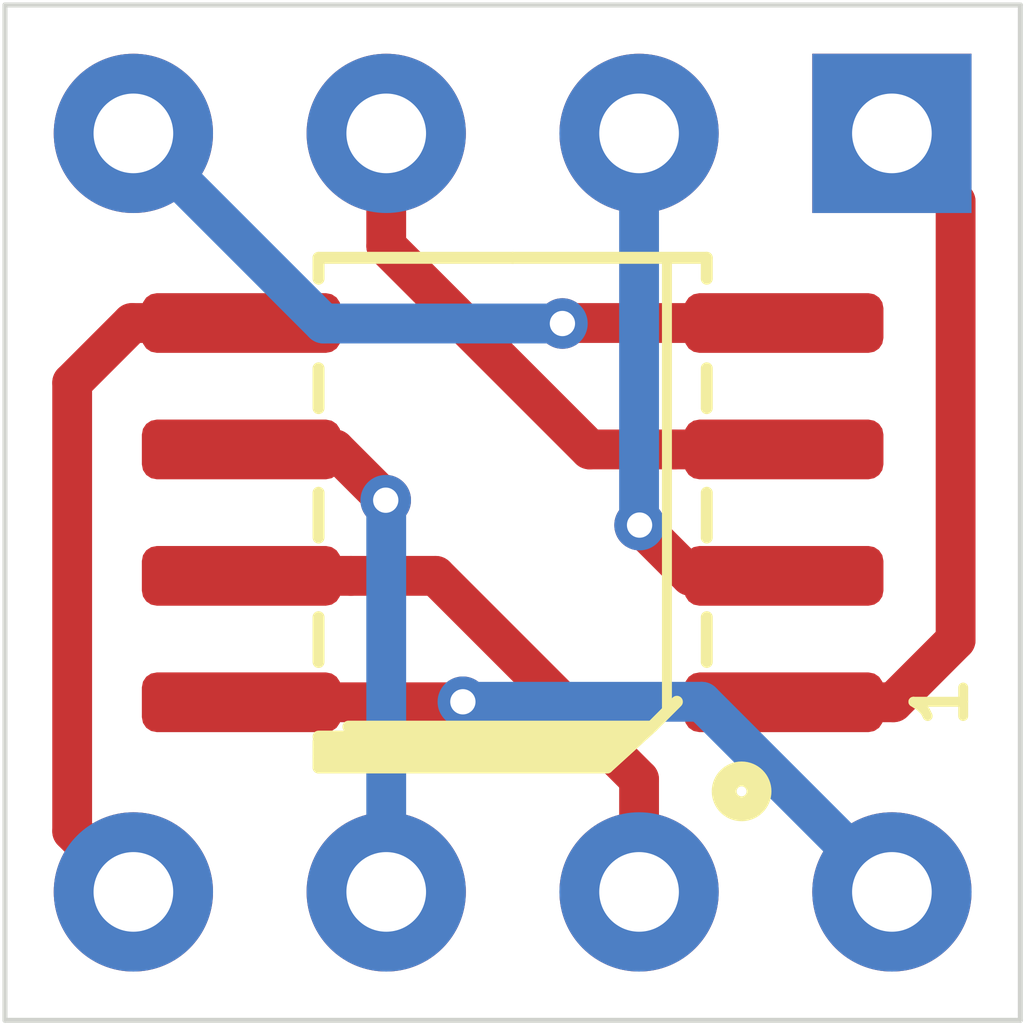
<source format=kicad_pcb>
(kicad_pcb (version 20171130) (host pcbnew "(5.1.2-1)-1")

  (general
    (thickness 1.6)
    (drawings 4)
    (tracks 40)
    (zones 0)
    (modules 2)
    (nets 9)
  )

  (page A4)
  (title_block
    (date 2020-10-14)
  )

  (layers
    (0 F.Cu signal)
    (31 B.Cu signal)
    (32 B.Adhes user hide)
    (33 F.Adhes user hide)
    (36 B.SilkS user)
    (37 F.SilkS user)
    (38 B.Mask user hide)
    (39 F.Mask user)
    (40 Dwgs.User user hide)
    (41 Cmts.User user hide)
    (44 Edge.Cuts user)
    (45 Margin user hide)
    (46 B.CrtYd user hide)
    (47 F.CrtYd user hide)
    (48 B.Fab user hide)
    (49 F.Fab user hide)
  )

  (setup
    (last_trace_width 0.1524)
    (user_trace_width 0.25)
    (user_trace_width 0.28)
    (user_trace_width 0.3)
    (user_trace_width 0.35)
    (user_trace_width 0.4)
    (trace_clearance 0.1524)
    (zone_clearance 0.508)
    (zone_45_only no)
    (trace_min 0.1524)
    (via_size 0.508)
    (via_drill 0.254)
    (via_min_size 0.508)
    (via_min_drill 0.254)
    (uvia_size 0.508)
    (uvia_drill 0.254)
    (uvias_allowed no)
    (uvia_min_size 0.2)
    (uvia_min_drill 0.1)
    (edge_width 0.15)
    (segment_width 0.1)
    (pcb_text_width 0.3)
    (pcb_text_size 1.5 1.5)
    (mod_edge_width 0.15)
    (mod_text_size 1 1)
    (mod_text_width 0.15)
    (pad_size 1.75 0.6)
    (pad_drill 0)
    (pad_to_mask_clearance 0.051)
    (solder_mask_min_width 0.25)
    (aux_axis_origin 0 0)
    (visible_elements FFFFFF7F)
    (pcbplotparams
      (layerselection 0x010f0_ffffffff)
      (usegerberextensions false)
      (usegerberattributes false)
      (usegerberadvancedattributes false)
      (creategerberjobfile false)
      (excludeedgelayer false)
      (linewidth 0.100000)
      (plotframeref false)
      (viasonmask false)
      (mode 1)
      (useauxorigin false)
      (hpglpennumber 1)
      (hpglpenspeed 20)
      (hpglpendiameter 15.000000)
      (psnegative false)
      (psa4output false)
      (plotreference true)
      (plotvalue true)
      (plotinvisibletext false)
      (padsonsilk false)
      (subtractmaskfromsilk false)
      (outputformat 1)
      (mirror false)
      (drillshape 0)
      (scaleselection 1)
      (outputdirectory "gerbers/"))
  )

  (net 0 "")
  (net 1 "Net-(J44-Pad1)")
  (net 2 "Net-(J44-Pad5)")
  (net 3 "Net-(J44-Pad2)")
  (net 4 "Net-(J44-Pad6)")
  (net 5 "Net-(J44-Pad3)")
  (net 6 "Net-(J44-Pad7)")
  (net 7 "Net-(J44-Pad4)")
  (net 8 "Net-(J44-Pad8)")

  (net_class Default "This is the default net class."
    (clearance 0.1524)
    (trace_width 0.1524)
    (via_dia 0.508)
    (via_drill 0.254)
    (uvia_dia 0.508)
    (uvia_drill 0.254)
  )

  (net_class SMD ""
    (clearance 0.1524)
    (trace_width 0.254)
    (via_dia 0.508)
    (via_drill 0.254)
    (uvia_dia 0.508)
    (uvia_drill 0.254)
  )

  (net_class grounds ""
    (clearance 0.254)
    (trace_width 1)
    (via_dia 0.762)
    (via_drill 0.381)
    (uvia_dia 0.762)
    (uvia_drill 0.381)
  )

  (net_class power ""
    (clearance 0.254)
    (trace_width 1)
    (via_dia 0.762)
    (via_drill 0.254)
    (uvia_dia 0.508)
    (uvia_drill 0.254)
  )

  (net_class signal ""
    (clearance 0.2)
    (trace_width 0.6096)
    (via_dia 0.762)
    (via_drill 0.381)
    (uvia_dia 0.762)
    (uvia_drill 0.381)
  )

  (net_class soic ""
    (clearance 0.1524)
    (trace_width 0.4)
    (via_dia 0.508)
    (via_drill 0.254)
    (uvia_dia 0.508)
    (uvia_drill 0.254)
    (add_net "Net-(J44-Pad1)")
    (add_net "Net-(J44-Pad2)")
    (add_net "Net-(J44-Pad3)")
    (add_net "Net-(J44-Pad4)")
    (add_net "Net-(J44-Pad5)")
    (add_net "Net-(J44-Pad6)")
    (add_net "Net-(J44-Pad7)")
    (add_net "Net-(J44-Pad8)")
  )

  (module SMC_generic:DIP-8adapt (layer F.Cu) (tedit 5D855640) (tstamp 5F615091)
    (at 256.5 85.06 270)
    (descr "8-lead though-hole mounted DIP package, row spacing 7.62 mm (300 mils), Socket")
    (tags "THT DIP DIL PDIP 2.54mm 7.62mm 300mil Socket")
    (path /5E282B85)
    (fp_text reference J44 (at 3.81 -2.33 90) (layer F.SilkS) hide
      (effects (font (size 1 1) (thickness 0.15)))
    )
    (fp_text value DIP-8 (at 3.81 9.95 90) (layer F.Fab)
      (effects (font (size 1 1) (thickness 0.15)))
    )
    (fp_text user %R (at 3.81 3.81 90) (layer F.Fab)
      (effects (font (size 1 1) (thickness 0.15)))
    )
    (fp_line (start 8.91 -1.29) (end -1.29 -1.29) (layer F.Fab) (width 0.1))
    (fp_line (start 8.91 8.91) (end 8.91 -1.29) (layer F.Fab) (width 0.1))
    (fp_line (start -1.29 8.91) (end 8.91 8.91) (layer F.Fab) (width 0.1))
    (fp_line (start -1.29 -1.29) (end -1.29 8.91) (layer F.Fab) (width 0.1))
    (pad 8 thru_hole oval (at 7.62 0 270) (size 1.6 1.6) (drill 0.8) (layers *.Cu *.Mask)
      (net 8 "Net-(J44-Pad8)"))
    (pad 4 thru_hole oval (at 0 7.62 270) (size 1.6 1.6) (drill 0.8) (layers *.Cu *.Mask)
      (net 7 "Net-(J44-Pad4)"))
    (pad 7 thru_hole oval (at 7.62 2.54 270) (size 1.6 1.6) (drill 0.8) (layers *.Cu *.Mask)
      (net 6 "Net-(J44-Pad7)"))
    (pad 3 thru_hole oval (at 0 5.08 270) (size 1.6 1.6) (drill 0.8) (layers *.Cu *.Mask)
      (net 5 "Net-(J44-Pad3)"))
    (pad 6 thru_hole oval (at 7.62 5.08 270) (size 1.6 1.6) (drill 0.8) (layers *.Cu *.Mask)
      (net 4 "Net-(J44-Pad6)"))
    (pad 2 thru_hole oval (at 0 2.54 270) (size 1.6 1.6) (drill 0.8) (layers *.Cu *.Mask)
      (net 3 "Net-(J44-Pad2)"))
    (pad 5 thru_hole oval (at 7.62 7.62 270) (size 1.6 1.6) (drill 0.8) (layers *.Cu *.Mask)
      (net 2 "Net-(J44-Pad5)"))
    (pad 1 thru_hole rect (at 0 0 270) (size 1.6 1.6) (drill 0.8) (layers *.Cu *.Mask)
      (net 1 "Net-(J44-Pad1)"))
    (model ${KIPRJMOD}/Package_DIP.3dshapes/DIP-8_W7.62mm_Socket.wrl
      (at (xyz 0 0 0))
      (scale (xyz 1 1 1))
      (rotate (xyz 0 0 0))
    )
  )

  (module SMC_generic:SOIC-8_3.9x4.9mm_P1.27mm (layer F.Cu) (tedit 5E18F218) (tstamp 5F614F29)
    (at 252.69 88.87 180)
    (descr "SOIC, 8 Pin (JEDEC MS-012AA, https://www.analog.com/media/en/package-pcb-resources/package/pkg_pdf/soic_narrow-r/r_8.pdf), generated with kicad-footprint-generator ipc_gullwing_generator.py")
    (tags "SOIC SO")
    (path /5E282B75)
    (attr smd)
    (fp_text reference U10 (at 0 -3.4) (layer F.SilkS) hide
      (effects (font (size 1 1) (thickness 0.15)))
    )
    (fp_text value OPA1611 (at 0 3.4) (layer F.Fab)
      (effects (font (size 1 1) (thickness 0.15)))
    )
    (fp_line (start -1.4 -2.15) (end -1.65 -1.9) (layer F.SilkS) (width 0.12))
    (fp_text user 1 (at -4.3 -1.9 90 unlocked) (layer F.SilkS)
      (effects (font (size 0.5 0.5) (thickness 0.1)))
    )
    (fp_line (start 1.95 -2.45) (end -1.05 -2.45) (layer F.SilkS) (width 0.12))
    (fp_line (start 1.95 -2.35) (end -1.1 -2.35) (layer F.SilkS) (width 0.12))
    (fp_line (start -1.25 -2.25) (end 1.95 -2.25) (layer F.SilkS) (width 0.12))
    (fp_line (start -1.4 -2.15) (end 1.65 -2.15) (layer F.SilkS) (width 0.12))
    (fp_circle (center -2.3 -2.8) (end -2.25 -2.8) (layer F.SilkS) (width 0.12))
    (fp_line (start -1.55 2.55) (end -1.55 -2) (layer F.SilkS) (width 0.1))
    (fp_line (start -0.95 -2.56) (end -1.4 -2.15) (layer F.SilkS) (width 0.12))
    (fp_circle (center -2.3 -2.8) (end -2.1 -2.8) (layer F.SilkS) (width 0.2))
    (fp_line (start 1.95 2.56) (end 1.95 2.35) (layer F.SilkS) (width 0.12))
    (fp_line (start -1.95 2.56) (end -1.95 2.35) (layer F.SilkS) (width 0.12))
    (fp_line (start 1.95 1.05) (end 1.95 1.45) (layer F.SilkS) (width 0.12))
    (fp_line (start 1.95 -0.25) (end 1.95 0.2) (layer F.SilkS) (width 0.12))
    (fp_line (start 1.95 -1.5) (end 1.95 -1.05) (layer F.SilkS) (width 0.12))
    (fp_line (start 1.95 -2.56) (end 1.95 -2.3) (layer F.SilkS) (width 0.12))
    (fp_line (start -1.95 1.05) (end -1.95 1.45) (layer F.SilkS) (width 0.12))
    (fp_line (start -1.95 -0.25) (end -1.95 0.2) (layer F.SilkS) (width 0.12))
    (fp_line (start -1.95 -1.5) (end -1.95 -1.05) (layer F.SilkS) (width 0.12))
    (fp_text user %R (at 0 0) (layer F.Fab)
      (effects (font (size 0.98 0.98) (thickness 0.15)))
    )
    (fp_line (start 3.7 -2.7) (end -3.7 -2.7) (layer F.CrtYd) (width 0.05))
    (fp_line (start 3.7 2.7) (end 3.7 -2.7) (layer F.CrtYd) (width 0.05))
    (fp_line (start -3.7 2.7) (end 3.7 2.7) (layer F.CrtYd) (width 0.05))
    (fp_line (start -3.7 -2.7) (end -3.7 2.7) (layer F.CrtYd) (width 0.05))
    (fp_line (start -1.95 -1.475) (end -0.975 -2.45) (layer F.Fab) (width 0.1))
    (fp_line (start -1.95 2.45) (end -1.95 -1.475) (layer F.Fab) (width 0.1))
    (fp_line (start 1.95 2.45) (end -1.95 2.45) (layer F.Fab) (width 0.1))
    (fp_line (start 1.95 -2.45) (end 1.95 2.45) (layer F.Fab) (width 0.1))
    (fp_line (start -0.975 -2.45) (end 1.95 -2.45) (layer F.Fab) (width 0.1))
    (fp_line (start -0.95 -2.56) (end 1.95 -2.56) (layer F.SilkS) (width 0.12))
    (fp_line (start 0 2.56) (end -1.95 2.56) (layer F.SilkS) (width 0.12))
    (fp_line (start 0 2.56) (end 1.95 2.56) (layer F.SilkS) (width 0.12))
    (pad 8 smd roundrect (at 2.725 -1.905 180) (size 2 0.6) (layers F.Cu F.Paste F.Mask) (roundrect_rratio 0.25)
      (net 8 "Net-(J44-Pad8)"))
    (pad 7 smd roundrect (at 2.725 -0.635 180) (size 2 0.6) (layers F.Cu F.Paste F.Mask) (roundrect_rratio 0.25)
      (net 6 "Net-(J44-Pad7)"))
    (pad 6 smd roundrect (at 2.725 0.635 180) (size 2 0.6) (layers F.Cu F.Paste F.Mask) (roundrect_rratio 0.25)
      (net 4 "Net-(J44-Pad6)"))
    (pad 5 smd roundrect (at 2.725 1.905 180) (size 2 0.6) (layers F.Cu F.Paste F.Mask) (roundrect_rratio 0.25)
      (net 2 "Net-(J44-Pad5)"))
    (pad 4 smd roundrect (at -2.725 1.905 180) (size 2 0.6) (layers F.Cu F.Paste F.Mask) (roundrect_rratio 0.25)
      (net 7 "Net-(J44-Pad4)"))
    (pad 3 smd roundrect (at -2.725 0.635 180) (size 2 0.6) (layers F.Cu F.Paste F.Mask) (roundrect_rratio 0.25)
      (net 5 "Net-(J44-Pad3)"))
    (pad 2 smd roundrect (at -2.725 -0.635 180) (size 2 0.6) (layers F.Cu F.Paste F.Mask) (roundrect_rratio 0.25)
      (net 3 "Net-(J44-Pad2)"))
    (pad 1 smd roundrect (at -2.725 -1.905 180) (size 2 0.6) (layers F.Cu F.Paste F.Mask) (roundrect_rratio 0.25)
      (net 1 "Net-(J44-Pad1)"))
    (model ${KISYS3DMOD}/Package_SO.3dshapes/SOIC-8_3.9x4.9mm_P1.27mm.wrl
      (at (xyz 0 0 0))
      (scale (xyz 1 1 1))
      (rotate (xyz 0 0 0))
    )
  )

  (gr_line (start 247.59 83.77) (end 247.59 93.97) (layer Edge.Cuts) (width 0.05) (tstamp 62F1758F))
  (gr_line (start 257.79 93.97) (end 247.59 93.97) (layer Edge.Cuts) (width 0.05) (tstamp 5F614DBB))
  (gr_line (start 257.79 83.77) (end 247.59 83.77) (layer Edge.Cuts) (width 0.05) (tstamp 5F614D3A))
  (gr_line (start 257.79 93.97) (end 257.79 83.77) (layer Edge.Cuts) (width 0.05) (tstamp 5F614D37))

  (segment (start 256.5 85.06) (end 256.5 85.105) (width 0.4) (layer F.Cu) (net 1) (tstamp 5F6147D9))
  (segment (start 256.5 85.105) (end 257.14 85.745) (width 0.4) (layer F.Cu) (net 1) (tstamp 5F6147D6))
  (segment (start 256.515 90.775) (end 255.415 90.775) (width 0.4) (layer F.Cu) (net 1) (tstamp 5F6147D3))
  (segment (start 257.14 90.15) (end 256.515 90.775) (width 0.4) (layer F.Cu) (net 1) (tstamp 5F6147D0))
  (segment (start 257.14 85.745) (end 257.14 90.15) (width 0.4) (layer F.Cu) (net 1) (tstamp 5F6147CD))
  (segment (start 248.88 92.68) (end 248.875 92.68) (width 0.4) (layer F.Cu) (net 2) (tstamp 5F6147CA))
  (segment (start 248.875 92.68) (end 248.265 92.07) (width 0.4) (layer F.Cu) (net 2) (tstamp 5F6147C7))
  (segment (start 248.865 86.965) (end 249.965 86.965) (width 0.4) (layer F.Cu) (net 2) (tstamp 5F6147C4))
  (segment (start 248.265 87.565) (end 248.865 86.965) (width 0.4) (layer F.Cu) (net 2) (tstamp 5F6147C1))
  (segment (start 248.265 92.07) (end 248.265 87.565) (width 0.4) (layer F.Cu) (net 2) (tstamp 5F6147BE))
  (via (at 253.965 88.995) (size 0.508) (drill 0.254) (layers F.Cu B.Cu) (net 3) (tstamp 5F6147BB))
  (segment (start 253.96 88.99) (end 253.965 88.995) (width 0.4) (layer B.Cu) (net 3))
  (segment (start 253.96 85.06) (end 253.96 88.99) (width 0.4) (layer B.Cu) (net 3))
  (segment (start 254.475 89.505) (end 253.965 88.995) (width 0.4) (layer F.Cu) (net 3) (tstamp 5F6147B8))
  (segment (start 255.415 89.505) (end 254.475 89.505) (width 0.4) (layer F.Cu) (net 3) (tstamp 5F6147B5))
  (via (at 251.415 88.745) (size 0.508) (drill 0.254) (layers F.Cu B.Cu) (net 4) (tstamp 5F6147B2))
  (segment (start 251.42 88.75) (end 251.415 88.745) (width 0.4) (layer B.Cu) (net 4))
  (segment (start 251.42 92.68) (end 251.42 88.75) (width 0.4) (layer B.Cu) (net 4))
  (segment (start 250.905 88.235) (end 251.415 88.745) (width 0.4) (layer F.Cu) (net 4) (tstamp 5F6147AF))
  (segment (start 249.965 88.235) (end 250.905 88.235) (width 0.4) (layer F.Cu) (net 4) (tstamp 5F6147AC))
  (segment (start 254.315 88.235) (end 255.415 88.235) (width 0.4) (layer F.Cu) (net 5) (tstamp 5F6147A9))
  (segment (start 253.46363 88.235) (end 254.315 88.235) (width 0.4) (layer F.Cu) (net 5) (tstamp 5F6147A6))
  (segment (start 251.42 86.19137) (end 253.46363 88.235) (width 0.4) (layer F.Cu) (net 5) (tstamp 5F6147A3))
  (segment (start 251.42 85.06) (end 251.42 86.19137) (width 0.4) (layer F.Cu) (net 5) (tstamp 5F6147A0))
  (segment (start 251.065 89.505) (end 249.965 89.505) (width 0.4) (layer F.Cu) (net 6) (tstamp 5F61479D))
  (segment (start 253.96 91.54863) (end 251.91637 89.505) (width 0.4) (layer F.Cu) (net 6) (tstamp 5F61479A))
  (segment (start 251.91637 89.505) (end 251.065 89.505) (width 0.4) (layer F.Cu) (net 6) (tstamp 5F614797))
  (segment (start 253.96 92.68) (end 253.96 91.54863) (width 0.4) (layer F.Cu) (net 6) (tstamp 5F614794))
  (via (at 253.19 86.97) (size 0.508) (drill 0.254) (layers F.Cu B.Cu) (net 7) (tstamp 5F614791))
  (segment (start 248.88 85.06) (end 250.79 86.97) (width 0.4) (layer B.Cu) (net 7))
  (segment (start 255.41 86.97) (end 255.415 86.965) (width 0.4) (layer F.Cu) (net 7) (tstamp 5F61478E))
  (segment (start 253.195 86.965) (end 253.19 86.97) (width 0.4) (layer F.Cu) (net 7) (tstamp 5F61478B))
  (segment (start 255.415 86.965) (end 253.195 86.965) (width 0.4) (layer F.Cu) (net 7) (tstamp 5F614788))
  (segment (start 253.19 86.97) (end 250.79 86.97) (width 0.4) (layer B.Cu) (net 7))
  (via (at 252.19 90.77) (size 0.508) (drill 0.254) (layers F.Cu B.Cu) (net 8) (tstamp 5F614785))
  (segment (start 256.5 92.68) (end 254.59 90.77) (width 0.4) (layer B.Cu) (net 8))
  (segment (start 249.97 90.77) (end 249.965 90.775) (width 0.4) (layer F.Cu) (net 8) (tstamp 5F614782))
  (segment (start 252.185 90.775) (end 252.19 90.77) (width 0.4) (layer F.Cu) (net 8) (tstamp 5F61477F))
  (segment (start 249.965 90.775) (end 252.185 90.775) (width 0.4) (layer F.Cu) (net 8) (tstamp 5F61477C))
  (segment (start 252.19 90.77) (end 254.59 90.77) (width 0.4) (layer B.Cu) (net 8))

)

</source>
